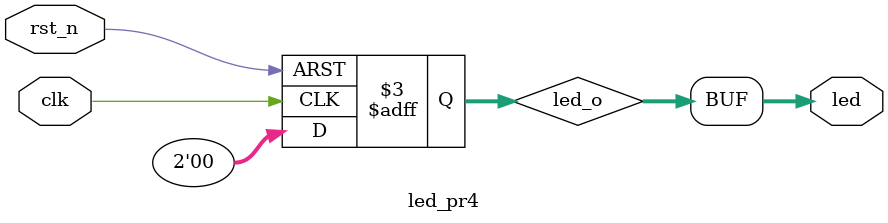
<source format=v>
`timescale 1ns / 1ps
module led_pr4(
    input clk,
    input rst_n,
    output [1:0]led
);
reg [1:0]led_o;

always@(posedge clk or negedge rst_n)begin
    if(!rst_n)begin
        led_o <= 2'b00;
    end
    else begin
        led_o <= 2'b00;
    end
end

assign led = led_o;

endmodule
</source>
